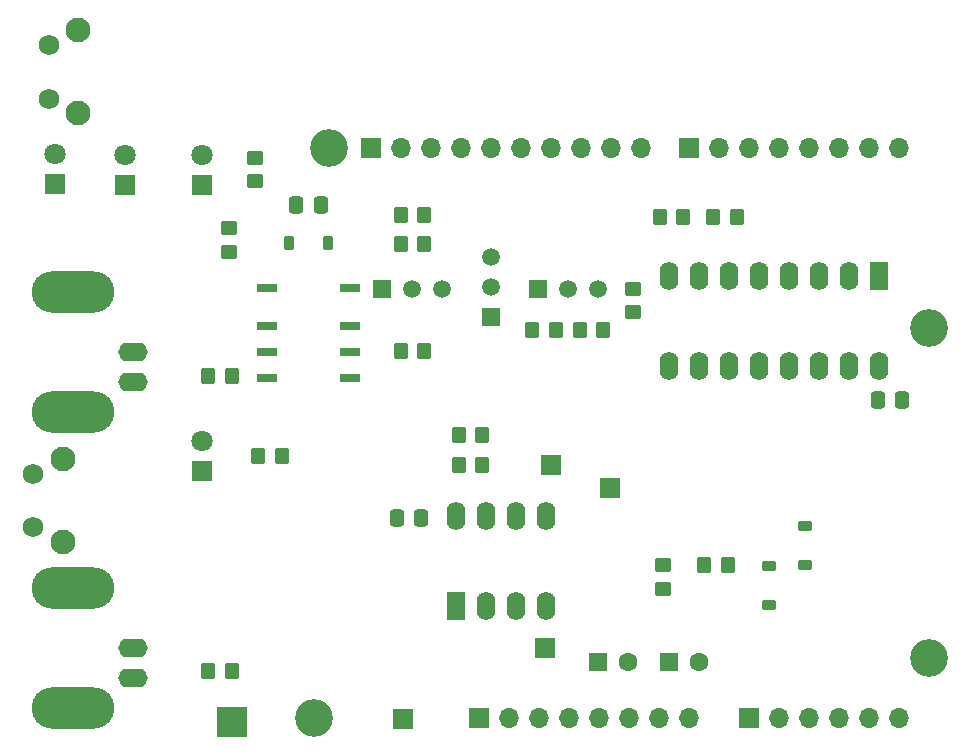
<source format=gbr>
%TF.GenerationSoftware,KiCad,Pcbnew,7.0.2*%
%TF.CreationDate,2023-10-12T23:28:15+02:00*%
%TF.ProjectId,pulse_generator_v2,70756c73-655f-4676-956e-657261746f72,rev?*%
%TF.SameCoordinates,Original*%
%TF.FileFunction,Soldermask,Top*%
%TF.FilePolarity,Negative*%
%FSLAX46Y46*%
G04 Gerber Fmt 4.6, Leading zero omitted, Abs format (unit mm)*
G04 Created by KiCad (PCBNEW 7.0.2) date 2023-10-12 23:28:15*
%MOMM*%
%LPD*%
G01*
G04 APERTURE LIST*
G04 Aperture macros list*
%AMRoundRect*
0 Rectangle with rounded corners*
0 $1 Rounding radius*
0 $2 $3 $4 $5 $6 $7 $8 $9 X,Y pos of 4 corners*
0 Add a 4 corners polygon primitive as box body*
4,1,4,$2,$3,$4,$5,$6,$7,$8,$9,$2,$3,0*
0 Add four circle primitives for the rounded corners*
1,1,$1+$1,$2,$3*
1,1,$1+$1,$4,$5*
1,1,$1+$1,$6,$7*
1,1,$1+$1,$8,$9*
0 Add four rect primitives between the rounded corners*
20,1,$1+$1,$2,$3,$4,$5,0*
20,1,$1+$1,$4,$5,$6,$7,0*
20,1,$1+$1,$6,$7,$8,$9,0*
20,1,$1+$1,$8,$9,$2,$3,0*%
G04 Aperture macros list end*
%ADD10R,2.500000X2.500000*%
%ADD11RoundRect,0.250000X0.350000X0.450000X-0.350000X0.450000X-0.350000X-0.450000X0.350000X-0.450000X0*%
%ADD12RoundRect,0.225000X0.375000X-0.225000X0.375000X0.225000X-0.375000X0.225000X-0.375000X-0.225000X0*%
%ADD13R,1.700000X1.700000*%
%ADD14C,2.100000*%
%ADD15C,1.750000*%
%ADD16R,1.800000X1.800000*%
%ADD17C,1.800000*%
%ADD18RoundRect,0.250000X-0.350000X-0.450000X0.350000X-0.450000X0.350000X0.450000X-0.350000X0.450000X0*%
%ADD19O,2.500000X1.600000*%
%ADD20O,7.000000X3.500000*%
%ADD21R,1.800000X0.800000*%
%ADD22RoundRect,0.250000X0.450000X-0.350000X0.450000X0.350000X-0.450000X0.350000X-0.450000X-0.350000X0*%
%ADD23RoundRect,0.225000X-0.225000X-0.375000X0.225000X-0.375000X0.225000X0.375000X-0.225000X0.375000X0*%
%ADD24R,1.600000X1.600000*%
%ADD25C,1.600000*%
%ADD26R,1.600000X2.400000*%
%ADD27O,1.600000X2.400000*%
%ADD28C,3.200000*%
%ADD29RoundRect,0.250000X0.337500X0.475000X-0.337500X0.475000X-0.337500X-0.475000X0.337500X-0.475000X0*%
%ADD30RoundRect,0.250000X-0.337500X-0.475000X0.337500X-0.475000X0.337500X0.475000X-0.337500X0.475000X0*%
%ADD31R,1.500000X1.500000*%
%ADD32C,1.500000*%
%ADD33RoundRect,0.250000X-0.450000X0.350000X-0.450000X-0.350000X0.450000X-0.350000X0.450000X0.350000X0*%
%ADD34O,1.700000X1.700000*%
G04 APERTURE END LIST*
D10*
%TO.C,TP5*%
X107000000Y-97750000D03*
%TD*%
D11*
%TO.C,R14*%
X145240000Y-55000000D03*
X143240000Y-55000000D03*
%TD*%
D12*
%TO.C,D1*%
X152500000Y-87850000D03*
X152500000Y-84550000D03*
%TD*%
D13*
%TO.C,TP2*%
X133500000Y-91500000D03*
%TD*%
D14*
%TO.C,SW1*%
X92702500Y-82525000D03*
X92702500Y-75515000D03*
D15*
X90212500Y-81275000D03*
X90212500Y-76775000D03*
%TD*%
D16*
%TO.C,D6*%
X92000000Y-52275000D03*
D17*
X92000000Y-49735000D03*
%TD*%
D16*
%TO.C,D3*%
X98000000Y-52300000D03*
D17*
X98000000Y-49760000D03*
%TD*%
D18*
%TO.C,R11*%
X121300000Y-54850000D03*
X123300000Y-54850000D03*
%TD*%
%TO.C,R7*%
X109250000Y-75250000D03*
X111250000Y-75250000D03*
%TD*%
D12*
%TO.C,D2*%
X155500000Y-84500000D03*
X155500000Y-81200000D03*
%TD*%
D19*
%TO.C,J5*%
X98600000Y-91500000D03*
D20*
X93520000Y-96580000D03*
D19*
X98600000Y-94040000D03*
D20*
X93520000Y-86420000D03*
%TD*%
D21*
%TO.C,K1*%
X110000000Y-61050000D03*
X110000000Y-64250000D03*
X110000000Y-66450000D03*
X110000000Y-68650000D03*
X117000000Y-68650000D03*
X117000000Y-66450000D03*
X117000000Y-64250000D03*
X117000000Y-61050000D03*
%TD*%
D16*
%TO.C,D5*%
X104500000Y-52300000D03*
D17*
X104500000Y-49760000D03*
%TD*%
D13*
%TO.C,TP4*%
X134000000Y-76000000D03*
%TD*%
D22*
%TO.C,R4*%
X106750000Y-56000000D03*
X106750000Y-58000000D03*
%TD*%
%TO.C,R17*%
X140960000Y-63110000D03*
X140960000Y-61110000D03*
%TD*%
D11*
%TO.C,R15*%
X134460000Y-64610000D03*
X132460000Y-64610000D03*
%TD*%
%TO.C,R12*%
X123300000Y-57350000D03*
X121300000Y-57350000D03*
%TD*%
D18*
%TO.C,R8*%
X105000000Y-93500000D03*
X107000000Y-93500000D03*
%TD*%
D23*
%TO.C,D7*%
X111850000Y-57250000D03*
X115150000Y-57250000D03*
%TD*%
D24*
%TO.C,C4*%
X138044888Y-92750000D03*
D25*
X140544888Y-92750000D03*
%TD*%
D18*
%TO.C,R3*%
X126200000Y-76000000D03*
X128200000Y-76000000D03*
%TD*%
D26*
%TO.C,U1*%
X126000000Y-88000000D03*
D27*
X128540000Y-88000000D03*
X131080000Y-88000000D03*
X133620000Y-88000000D03*
X133620000Y-80380000D03*
X131080000Y-80380000D03*
X128540000Y-80380000D03*
X126000000Y-80380000D03*
%TD*%
D28*
%TO.C,MH1*%
X115240000Y-49200000D03*
%TD*%
D26*
%TO.C,U3*%
X161780000Y-60000000D03*
D27*
X159240000Y-60000000D03*
X156700000Y-60000000D03*
X154160000Y-60000000D03*
X151620000Y-60000000D03*
X149080000Y-60000000D03*
X146540000Y-60000000D03*
X144000000Y-60000000D03*
X144000000Y-67620000D03*
X146540000Y-67620000D03*
X149080000Y-67620000D03*
X151620000Y-67620000D03*
X154160000Y-67620000D03*
X156700000Y-67620000D03*
X159240000Y-67620000D03*
X161780000Y-67620000D03*
%TD*%
D16*
%TO.C,D4*%
X104500000Y-76500000D03*
D17*
X104500000Y-73960000D03*
%TD*%
D24*
%TO.C,C2*%
X144044888Y-92750000D03*
D25*
X146544888Y-92750000D03*
%TD*%
D18*
%TO.C,R1*%
X147000000Y-84500000D03*
X149000000Y-84500000D03*
%TD*%
%TO.C,R10*%
X121300000Y-66350000D03*
X123300000Y-66350000D03*
%TD*%
D13*
%TO.C,TP1*%
X139000000Y-78000000D03*
%TD*%
D11*
%TO.C,R13*%
X149740000Y-55000000D03*
X147740000Y-55000000D03*
%TD*%
D29*
%TO.C,C3*%
X123037500Y-80500000D03*
X120962500Y-80500000D03*
%TD*%
D18*
%TO.C,R16*%
X136460000Y-64610000D03*
X138460000Y-64610000D03*
%TD*%
D13*
%TO.C,TP3*%
X121500000Y-97500000D03*
%TD*%
D30*
%TO.C,C5*%
X112462500Y-54000000D03*
X114537500Y-54000000D03*
%TD*%
D14*
%TO.C,SW2*%
X93990000Y-46250000D03*
X93990000Y-39240000D03*
D15*
X91500000Y-45000000D03*
X91500000Y-40500000D03*
%TD*%
D18*
%TO.C,R9*%
X105000000Y-68500000D03*
X107000000Y-68500000D03*
%TD*%
D31*
%TO.C,Q3*%
X132960000Y-61100000D03*
D32*
X135500000Y-61100000D03*
X138040000Y-61100000D03*
%TD*%
D11*
%TO.C,R5*%
X128200000Y-73500000D03*
X126200000Y-73500000D03*
%TD*%
D31*
%TO.C,Q1*%
X119760000Y-61100000D03*
D32*
X122300000Y-61100000D03*
X124840000Y-61100000D03*
%TD*%
D28*
%TO.C,MH2*%
X113970000Y-97460000D03*
%TD*%
D33*
%TO.C,R6*%
X109000000Y-50000000D03*
X109000000Y-52000000D03*
%TD*%
D28*
%TO.C,MH3*%
X166040000Y-64440000D03*
%TD*%
D31*
%TO.C,Q2*%
X128960000Y-63540000D03*
D32*
X128960000Y-61000000D03*
X128960000Y-58460000D03*
%TD*%
D28*
%TO.C,MH4*%
X166040000Y-92380000D03*
%TD*%
D33*
%TO.C,R2*%
X143500000Y-84500000D03*
X143500000Y-86500000D03*
%TD*%
D19*
%TO.C,J6*%
X98600000Y-66500000D03*
D20*
X93520000Y-71580000D03*
D19*
X98600000Y-69040000D03*
D20*
X93520000Y-61420000D03*
%TD*%
D30*
%TO.C,C1*%
X161702500Y-70500000D03*
X163777500Y-70500000D03*
%TD*%
D34*
%TO.C,J1*%
X145720000Y-97460000D03*
X143180000Y-97460000D03*
X140640000Y-97460000D03*
X138100000Y-97460000D03*
X135560000Y-97460000D03*
X133020000Y-97460000D03*
X130480000Y-97460000D03*
D13*
X127940000Y-97460000D03*
%TD*%
%TO.C,J3*%
X150800000Y-97460000D03*
D34*
X153340000Y-97460000D03*
X155880000Y-97460000D03*
X158420000Y-97460000D03*
X160960000Y-97460000D03*
X163500000Y-97460000D03*
%TD*%
D13*
%TO.C,J2*%
X118800000Y-49200000D03*
D34*
X121340000Y-49200000D03*
X123880000Y-49200000D03*
X126420000Y-49200000D03*
X128960000Y-49200000D03*
X131500000Y-49200000D03*
X134040000Y-49200000D03*
X136580000Y-49200000D03*
X139120000Y-49200000D03*
X141660000Y-49200000D03*
%TD*%
D13*
%TO.C,J4*%
X145700000Y-49200000D03*
D34*
X148240000Y-49200000D03*
X150780000Y-49200000D03*
X153320000Y-49200000D03*
X155860000Y-49200000D03*
X158400000Y-49200000D03*
X160940000Y-49200000D03*
X163480000Y-49200000D03*
%TD*%
M02*

</source>
